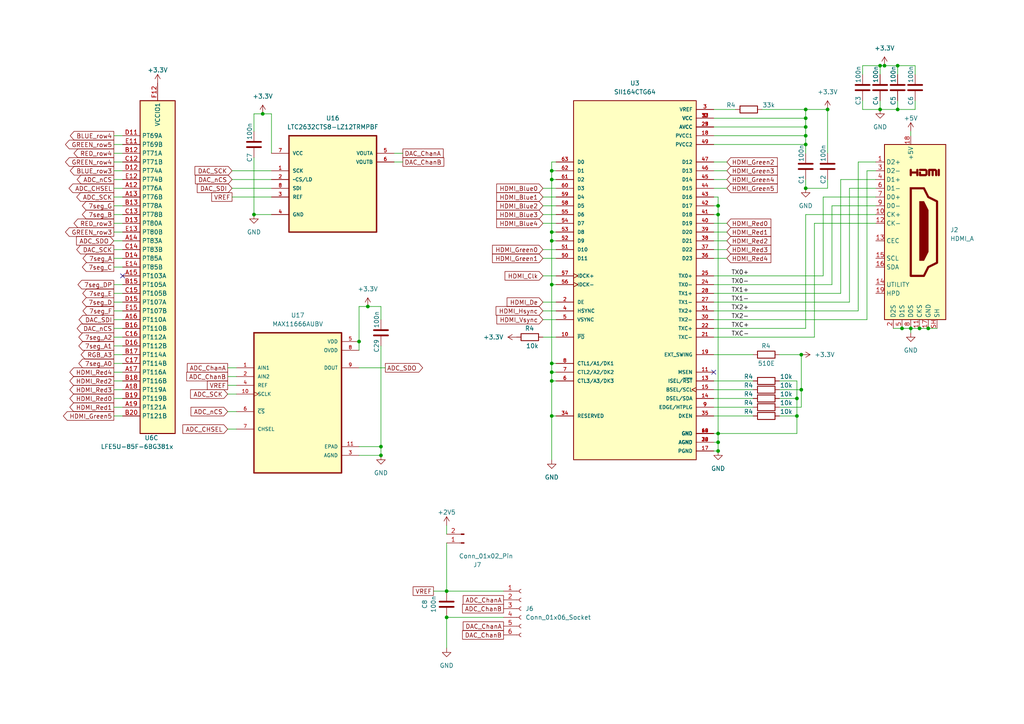
<source format=kicad_sch>
(kicad_sch (version 20230121) (generator eeschema)
  (paper "A4")
  (junction (at 129.54 171.45))
  (junction (at 160.02 110.49))
  (junction (at 256.54 19.05))
  (junction (at 106.68 88.9))
  (junction (at 231.14 115.57))
  (junction (at 233.68 36.83))
  (junction (at 160.02 105.41))
  (junction (at 233.68 39.37))
  (junction (at 208.28 59.69))
  (junction (at 233.68 41.91))
  (junction (at 232.41 113.03))
  (junction (at 160.02 49.53))
  (junction (at 160.02 69.85))
  (junction (at 255.27 31.75))
  (junction (at 266.7 95.25))
  (junction (at 110.49 129.54))
  (junction (at 260.35 31.75))
  (junction (at 73.66 62.23))
  (junction (at 264.16 95.25))
  (junction (at 160.02 107.95))
  (junction (at 255.27 19.05))
  (junction (at 160.02 120.65))
  (junction (at 232.41 102.87))
  (junction (at 76.2 33.02))
  (junction (at 160.02 52.07))
  (junction (at 231.14 120.65))
  (junction (at 208.28 130.81))
  (junction (at 129.54 179.07))
  (junction (at 104.14 99.06))
  (junction (at 160.02 67.31))
  (junction (at 233.68 31.75))
  (junction (at 233.68 54.61))
  (junction (at 160.02 82.55))
  (junction (at 208.28 125.73))
  (junction (at 233.68 34.29))
  (junction (at 260.35 19.05))
  (junction (at 269.24 95.25))
  (junction (at 110.49 132.08))
  (junction (at 240.03 31.75))
  (junction (at 208.28 62.23))
  (junction (at 261.62 95.25))
  (junction (at 208.28 128.27))
  (no_connect (at 207.01 107.95))
  (no_connect (at 35.56 80.01))
  (wire (pts (xy 233.68 34.29) (xy 233.68 36.83)))
  (wire (pts (xy 238.76 80.01) (xy 207.01 80.01)))
  (wire (pts (xy 260.35 29.21) (xy 260.35 31.75)))
  (wire (pts (xy 33.02 59.69) (xy 35.56 59.69)))
  (wire (pts (xy 208.28 59.69) (xy 208.28 62.23)))
  (wire (pts (xy 207.01 87.63) (xy 246.38 87.63)))
  (wire (pts (xy 157.48 92.71) (xy 161.29 92.71)))
  (wire (pts (xy 232.41 102.87) (xy 232.41 113.03)))
  (wire (pts (xy 241.3 82.55) (xy 241.3 59.69)))
  (wire (pts (xy 208.28 128.27) (xy 208.28 130.81)))
  (wire (pts (xy 233.68 41.91) (xy 233.68 44.45)))
  (wire (pts (xy 104.14 88.9) (xy 106.68 88.9)))
  (wire (pts (xy 33.02 41.91) (xy 35.56 41.91)))
  (wire (pts (xy 207.01 34.29) (xy 233.68 34.29)))
  (wire (pts (xy 207.01 54.61) (xy 210.82 54.61)))
  (wire (pts (xy 265.43 31.75) (xy 265.43 29.21)))
  (wire (pts (xy 146.05 179.07) (xy 129.54 179.07)))
  (wire (pts (xy 248.92 90.17) (xy 248.92 46.99)))
  (wire (pts (xy 260.35 19.05) (xy 256.54 19.05)))
  (wire (pts (xy 208.28 125.73) (xy 231.14 125.73)))
  (wire (pts (xy 207.01 113.03) (xy 218.44 113.03)))
  (wire (pts (xy 66.04 114.3) (xy 68.58 114.3)))
  (wire (pts (xy 226.06 102.87) (xy 232.41 102.87)))
  (wire (pts (xy 246.38 54.61) (xy 254 54.61)))
  (wire (pts (xy 160.02 120.65) (xy 161.29 120.65)))
  (wire (pts (xy 33.02 64.77) (xy 35.56 64.77)))
  (wire (pts (xy 104.14 132.08) (xy 110.49 132.08)))
  (wire (pts (xy 207.01 57.15) (xy 208.28 57.15)))
  (wire (pts (xy 226.06 115.57) (xy 231.14 115.57)))
  (wire (pts (xy 157.48 87.63) (xy 161.29 87.63)))
  (wire (pts (xy 233.68 36.83) (xy 233.68 39.37)))
  (wire (pts (xy 226.06 110.49) (xy 231.14 110.49)))
  (wire (pts (xy 243.84 85.09) (xy 207.01 85.09)))
  (wire (pts (xy 33.02 92.71) (xy 35.56 92.71)))
  (wire (pts (xy 254 57.15) (xy 238.76 57.15)))
  (wire (pts (xy 33.02 120.65) (xy 35.56 120.65)))
  (wire (pts (xy 269.24 95.25) (xy 271.78 95.25)))
  (wire (pts (xy 110.49 132.08) (xy 110.49 129.54)))
  (wire (pts (xy 207.01 49.53) (xy 210.82 49.53)))
  (wire (pts (xy 254 52.07) (xy 243.84 52.07)))
  (wire (pts (xy 207.01 95.25) (xy 233.68 95.25)))
  (wire (pts (xy 73.66 33.02) (xy 73.66 38.1)))
  (wire (pts (xy 255.27 29.21) (xy 255.27 31.75)))
  (wire (pts (xy 240.03 31.75) (xy 240.03 44.45)))
  (wire (pts (xy 33.02 107.95) (xy 35.56 107.95)))
  (wire (pts (xy 207.01 110.49) (xy 218.44 110.49)))
  (wire (pts (xy 67.31 49.53) (xy 78.74 49.53)))
  (wire (pts (xy 160.02 107.95) (xy 161.29 107.95)))
  (wire (pts (xy 232.41 113.03) (xy 232.41 118.11)))
  (wire (pts (xy 160.02 82.55) (xy 160.02 105.41)))
  (wire (pts (xy 106.68 88.9) (xy 110.49 88.9)))
  (wire (pts (xy 104.14 106.68) (xy 111.76 106.68)))
  (wire (pts (xy 255.27 31.75) (xy 260.35 31.75)))
  (wire (pts (xy 207.01 120.65) (xy 218.44 120.65)))
  (wire (pts (xy 33.02 49.53) (xy 35.56 49.53)))
  (wire (pts (xy 220.98 31.75) (xy 233.68 31.75)))
  (wire (pts (xy 76.2 33.02) (xy 73.66 33.02)))
  (wire (pts (xy 33.02 46.99) (xy 35.56 46.99)))
  (wire (pts (xy 160.02 82.55) (xy 161.29 82.55)))
  (wire (pts (xy 33.02 102.87) (xy 35.56 102.87)))
  (wire (pts (xy 110.49 129.54) (xy 104.14 129.54)))
  (wire (pts (xy 264.16 95.25) (xy 266.7 95.25)))
  (wire (pts (xy 207.01 41.91) (xy 233.68 41.91)))
  (wire (pts (xy 233.68 39.37) (xy 233.68 41.91)))
  (wire (pts (xy 114.3 46.99) (xy 116.84 46.99)))
  (wire (pts (xy 255.27 19.05) (xy 255.27 21.59)))
  (wire (pts (xy 33.02 115.57) (xy 35.56 115.57)))
  (wire (pts (xy 160.02 52.07) (xy 161.29 52.07)))
  (wire (pts (xy 260.35 31.75) (xy 265.43 31.75)))
  (wire (pts (xy 157.48 64.77) (xy 161.29 64.77)))
  (wire (pts (xy 207.01 64.77) (xy 210.82 64.77)))
  (wire (pts (xy 157.48 80.01) (xy 161.29 80.01)))
  (wire (pts (xy 66.04 109.22) (xy 68.58 109.22)))
  (wire (pts (xy 33.02 74.93) (xy 35.56 74.93)))
  (wire (pts (xy 33.02 90.17) (xy 35.56 90.17)))
  (wire (pts (xy 160.02 120.65) (xy 160.02 133.35)))
  (wire (pts (xy 66.04 124.46) (xy 68.58 124.46)))
  (wire (pts (xy 236.22 97.79) (xy 207.01 97.79)))
  (wire (pts (xy 78.74 44.45) (xy 78.74 33.02)))
  (wire (pts (xy 73.66 62.23) (xy 73.66 45.72)))
  (wire (pts (xy 207.01 82.55) (xy 241.3 82.55)))
  (wire (pts (xy 207.01 74.93) (xy 210.82 74.93)))
  (wire (pts (xy 160.02 110.49) (xy 161.29 110.49)))
  (wire (pts (xy 240.03 52.07) (xy 240.03 54.61)))
  (wire (pts (xy 207.01 39.37) (xy 233.68 39.37)))
  (wire (pts (xy 207.01 90.17) (xy 248.92 90.17)))
  (wire (pts (xy 265.43 21.59) (xy 265.43 19.05)))
  (wire (pts (xy 250.19 19.05) (xy 255.27 19.05)))
  (wire (pts (xy 129.54 179.07) (xy 129.54 187.96)))
  (wire (pts (xy 157.48 74.93) (xy 161.29 74.93)))
  (wire (pts (xy 207.01 102.87) (xy 218.44 102.87)))
  (wire (pts (xy 125.73 171.45) (xy 129.54 171.45)))
  (wire (pts (xy 254 64.77) (xy 236.22 64.77)))
  (wire (pts (xy 231.14 115.57) (xy 231.14 110.49)))
  (wire (pts (xy 33.02 69.85) (xy 35.56 69.85)))
  (wire (pts (xy 231.14 125.73) (xy 231.14 120.65)))
  (wire (pts (xy 160.02 107.95) (xy 160.02 110.49)))
  (wire (pts (xy 66.04 119.38) (xy 68.58 119.38)))
  (wire (pts (xy 160.02 105.41) (xy 160.02 107.95)))
  (wire (pts (xy 207.01 62.23) (xy 208.28 62.23)))
  (wire (pts (xy 33.02 87.63) (xy 35.56 87.63)))
  (wire (pts (xy 110.49 100.33) (xy 110.49 129.54)))
  (wire (pts (xy 66.04 106.68) (xy 68.58 106.68)))
  (wire (pts (xy 160.02 46.99) (xy 160.02 49.53)))
  (wire (pts (xy 157.48 90.17) (xy 161.29 90.17)))
  (wire (pts (xy 207.01 115.57) (xy 218.44 115.57)))
  (wire (pts (xy 157.48 59.69) (xy 161.29 59.69)))
  (wire (pts (xy 33.02 52.07) (xy 35.56 52.07)))
  (wire (pts (xy 240.03 54.61) (xy 233.68 54.61)))
  (wire (pts (xy 33.02 57.15) (xy 35.56 57.15)))
  (wire (pts (xy 254 49.53) (xy 251.46 49.53)))
  (wire (pts (xy 129.54 152.4) (xy 129.54 154.94)))
  (wire (pts (xy 207.01 46.99) (xy 210.82 46.99)))
  (wire (pts (xy 264.16 39.37) (xy 264.16 38.1)))
  (wire (pts (xy 250.19 21.59) (xy 250.19 19.05)))
  (wire (pts (xy 207.01 118.11) (xy 218.44 118.11)))
  (wire (pts (xy 104.14 99.06) (xy 104.14 88.9)))
  (wire (pts (xy 160.02 67.31) (xy 160.02 69.85)))
  (wire (pts (xy 207.01 72.39) (xy 210.82 72.39)))
  (wire (pts (xy 246.38 87.63) (xy 246.38 54.61)))
  (wire (pts (xy 251.46 49.53) (xy 251.46 92.71)))
  (wire (pts (xy 233.68 31.75) (xy 233.68 34.29)))
  (wire (pts (xy 243.84 52.07) (xy 243.84 85.09)))
  (wire (pts (xy 160.02 52.07) (xy 160.02 67.31)))
  (wire (pts (xy 161.29 46.99) (xy 160.02 46.99)))
  (wire (pts (xy 67.31 52.07) (xy 78.74 52.07)))
  (wire (pts (xy 129.54 157.48) (xy 129.54 171.45)))
  (wire (pts (xy 160.02 49.53) (xy 161.29 49.53)))
  (wire (pts (xy 78.74 62.23) (xy 73.66 62.23)))
  (wire (pts (xy 236.22 64.77) (xy 236.22 97.79)))
  (wire (pts (xy 78.74 33.02) (xy 76.2 33.02)))
  (wire (pts (xy 266.7 95.25) (xy 269.24 95.25)))
  (wire (pts (xy 157.48 72.39) (xy 161.29 72.39)))
  (wire (pts (xy 67.31 54.61) (xy 78.74 54.61)))
  (wire (pts (xy 157.48 97.79) (xy 161.29 97.79)))
  (wire (pts (xy 66.04 111.76) (xy 68.58 111.76)))
  (wire (pts (xy 33.02 100.33) (xy 35.56 100.33)))
  (wire (pts (xy 250.19 31.75) (xy 255.27 31.75)))
  (wire (pts (xy 104.14 101.6) (xy 104.14 99.06)))
  (wire (pts (xy 233.68 62.23) (xy 254 62.23)))
  (wire (pts (xy 231.14 120.65) (xy 231.14 115.57)))
  (wire (pts (xy 33.02 72.39) (xy 35.56 72.39)))
  (wire (pts (xy 33.02 110.49) (xy 35.56 110.49)))
  (wire (pts (xy 255.27 19.05) (xy 256.54 19.05)))
  (wire (pts (xy 261.62 95.25) (xy 264.16 95.25)))
  (wire (pts (xy 160.02 105.41) (xy 161.29 105.41)))
  (wire (pts (xy 33.02 82.55) (xy 35.56 82.55)))
  (wire (pts (xy 265.43 19.05) (xy 260.35 19.05)))
  (wire (pts (xy 207.01 59.69) (xy 208.28 59.69)))
  (wire (pts (xy 208.28 130.81) (xy 207.01 130.81)))
  (wire (pts (xy 208.28 125.73) (xy 208.28 128.27)))
  (wire (pts (xy 207.01 36.83) (xy 233.68 36.83)))
  (wire (pts (xy 114.3 44.45) (xy 116.84 44.45)))
  (wire (pts (xy 33.02 67.31) (xy 35.56 67.31)))
  (wire (pts (xy 160.02 49.53) (xy 160.02 52.07)))
  (wire (pts (xy 33.02 118.11) (xy 35.56 118.11)))
  (wire (pts (xy 33.02 85.09) (xy 35.56 85.09)))
  (wire (pts (xy 33.02 113.03) (xy 35.56 113.03)))
  (wire (pts (xy 33.02 97.79) (xy 35.56 97.79)))
  (wire (pts (xy 233.68 31.75) (xy 240.03 31.75)))
  (wire (pts (xy 207.01 69.85) (xy 210.82 69.85)))
  (wire (pts (xy 241.3 59.69) (xy 254 59.69)))
  (wire (pts (xy 160.02 110.49) (xy 160.02 120.65)))
  (wire (pts (xy 226.06 113.03) (xy 232.41 113.03)))
  (wire (pts (xy 157.48 54.61) (xy 161.29 54.61)))
  (wire (pts (xy 208.28 62.23) (xy 208.28 125.73)))
  (wire (pts (xy 33.02 95.25) (xy 35.56 95.25)))
  (wire (pts (xy 259.08 95.25) (xy 261.62 95.25)))
  (wire (pts (xy 67.31 57.15) (xy 78.74 57.15)))
  (wire (pts (xy 110.49 88.9) (xy 110.49 92.71)))
  (wire (pts (xy 33.02 39.37) (xy 35.56 39.37)))
  (wire (pts (xy 207.01 128.27) (xy 208.28 128.27)))
  (wire (pts (xy 129.54 171.45) (xy 146.05 171.45)))
  (wire (pts (xy 248.92 46.99) (xy 254 46.99)))
  (wire (pts (xy 233.68 54.61) (xy 233.68 52.07)))
  (wire (pts (xy 238.76 57.15) (xy 238.76 80.01)))
  (wire (pts (xy 33.02 62.23) (xy 35.56 62.23)))
  (wire (pts (xy 207.01 52.07) (xy 210.82 52.07)))
  (wire (pts (xy 207.01 31.75) (xy 213.36 31.75)))
  (wire (pts (xy 250.19 29.21) (xy 250.19 31.75)))
  (wire (pts (xy 208.28 57.15) (xy 208.28 59.69)))
  (wire (pts (xy 226.06 118.11) (xy 232.41 118.11)))
  (wire (pts (xy 260.35 19.05) (xy 260.35 21.59)))
  (wire (pts (xy 157.48 57.15) (xy 161.29 57.15)))
  (wire (pts (xy 233.68 95.25) (xy 233.68 62.23)))
  (wire (pts (xy 160.02 69.85) (xy 160.02 82.55)))
  (wire (pts (xy 207.01 125.73) (xy 208.28 125.73)))
  (wire (pts (xy 33.02 105.41) (xy 35.56 105.41)))
  (wire (pts (xy 226.06 120.65) (xy 231.14 120.65)))
  (wire (pts (xy 157.48 62.23) (xy 161.29 62.23)))
  (wire (pts (xy 251.46 92.71) (xy 207.01 92.71)))
  (wire (pts (xy 160.02 69.85) (xy 161.29 69.85)))
  (wire (pts (xy 207.01 67.31) (xy 210.82 67.31)))
  (wire (pts (xy 161.29 67.31) (xy 160.02 67.31)))
  (wire (pts (xy 33.02 54.61) (xy 35.56 54.61)))
  (wire (pts (xy 264.16 95.25) (xy 264.16 96.52)))
  (wire (pts (xy 33.02 44.45) (xy 35.56 44.45)))
  (wire (pts (xy 33.02 77.47) (xy 35.56 77.47)))
  (label "TXC-" (at 212.09 97.79 0))
  (label "TX0-" (at 212.09 82.55 0))
  (label "TX2+" (at 212.09 90.17 0))
  (label "TX0+" (at 212.09 80.01 0))
  (label "TX1-" (at 212.09 87.63 0))
  (label "TXC+" (at 212.09 95.25 0))
  (label "TX2-" (at 212.09 92.71 0))
  (label "TX1+" (at 212.09 85.09 0))
  (global_label "DAC_nCS" (shape input) (at 67.31 52.07 180) (property "Intersheetrefs" "${INTERSHEET_REFS}" (effects hide)))
  (global_label "HDMI_Green0" (shape input) (at 157.48 72.39 180) (property "Intersheetrefs" "${INTERSHEET_REFS}" (effects hide)))
  (global_label "ADC_ChanB" (shape passive) (at 66.04 109.22 180) (property "Intersheetrefs" "${INTERSHEET_REFS}" (effects hide)))
  (global_label "HDMI_Blue3" (shape input) (at 157.48 62.23 180) (property "Intersheetrefs" "${INTERSHEET_REFS}" (effects hide)))
  (global_label "7seg_A0" (shape output) (at 33.02 105.41 180) (property "Intersheetrefs" "${INTERSHEET_REFS}" (effects hide)))
  (global_label "GREEN_row4" (shape output) (at 33.02 46.99 180) (property "Intersheetrefs" "${INTERSHEET_REFS}" (effects hide)))
  (global_label "ADC_nCS" (shape output) (at 33.02 52.07 180) (property "Intersheetrefs" "${INTERSHEET_REFS}" (effects hide)))
  (global_label "VREF" (shape passive) (at 67.31 57.15 180) (property "Intersheetrefs" "${INTERSHEET_REFS}" (effects hide)))
  (global_label "ADC_CHSEL" (shape input) (at 66.04 124.46 180) (property "Intersheetrefs" "${INTERSHEET_REFS}" (effects hide)))
  (global_label "HDMI_Green1" (shape input) (at 157.48 74.93 180) (property "Intersheetrefs" "${INTERSHEET_REFS}" (effects hide)))
  (global_label "ADC_ChanA" (shape passive) (at 146.05 173.99 180) (property "Intersheetrefs" "${INTERSHEET_REFS}" (effects hide)))
  (global_label "HDMI_Blue1" (shape input) (at 157.48 57.15 180) (property "Intersheetrefs" "${INTERSHEET_REFS}" (effects hide)))
  (global_label "HDMI_Hsync" (shape input) (at 157.48 90.17 180) (property "Intersheetrefs" "${INTERSHEET_REFS}" (effects hide)))
  (global_label "7seg_C" (shape output) (at 33.02 77.47 180) (property "Intersheetrefs" "${INTERSHEET_REFS}" (effects hide)))
  (global_label "HDMI_Vsync" (shape input) (at 157.48 92.71 180) (property "Intersheetrefs" "${INTERSHEET_REFS}" (effects hide)))
  (global_label "7seg_A2" (shape output) (at 33.02 97.79 180) (property "Intersheetrefs" "${INTERSHEET_REFS}" (effects hide)))
  (global_label "DAC_SCK" (shape output) (at 33.02 72.39 180) (property "Intersheetrefs" "${INTERSHEET_REFS}" (effects hide)))
  (global_label "7seg_D" (shape output) (at 33.02 87.63 180) (property "Intersheetrefs" "${INTERSHEET_REFS}" (effects hide)))
  (global_label "DAC_ChanB" (shape passive) (at 116.84 46.99 0) (property "Intersheetrefs" "${INTERSHEET_REFS}" (effects hide)))
  (global_label "DAC_SDI" (shape output) (at 33.02 92.71 180) (property "Intersheetrefs" "${INTERSHEET_REFS}" (effects hide)))
  (global_label "HDMI_Blue2" (shape input) (at 157.48 59.69 180) (property "Intersheetrefs" "${INTERSHEET_REFS}" (effects hide)))
  (global_label "VREF" (shape passive) (at 66.04 111.76 180) (property "Intersheetrefs" "${INTERSHEET_REFS}" (effects hide)))
  (global_label "RED_row4" (shape output) (at 33.02 44.45 180) (property "Intersheetrefs" "${INTERSHEET_REFS}" (effects hide)))
  (global_label "HDMI_Red3" (shape output) (at 33.02 113.03 180) (property "Intersheetrefs" "${INTERSHEET_REFS}" (effects hide)))
  (global_label "GREEN_row3" (shape output) (at 33.02 67.31 180) (property "Intersheetrefs" "${INTERSHEET_REFS}" (effects hide)))
  (global_label "HDMI_De" (shape input) (at 157.48 87.63 180) (property "Intersheetrefs" "${INTERSHEET_REFS}" (effects hide)))
  (global_label "HDMI_Red4" (shape output) (at 33.02 107.95 180) (property "Intersheetrefs" "${INTERSHEET_REFS}" (effects hide)))
  (global_label "HDMI_Green5" (shape output) (at 33.02 120.65 180) (property "Intersheetrefs" "${INTERSHEET_REFS}" (effects hide)))
  (global_label "ADC_SCK" (shape output) (at 33.02 57.15 180) (property "Intersheetrefs" "${INTERSHEET_REFS}" (effects hide)))
  (global_label "HDMI_Red3" (shape input) (at 210.82 72.39 0) (property "Intersheetrefs" "${INTERSHEET_REFS}" (effects hide)))
  (global_label "DAC_SDI" (shape input) (at 67.31 54.61 180) (property "Intersheetrefs" "${INTERSHEET_REFS}" (effects hide)))
  (global_label "HDMI_Blue4" (shape input) (at 157.48 64.77 180) (property "Intersheetrefs" "${INTERSHEET_REFS}" (effects hide)))
  (global_label "7seg_A" (shape output) (at 33.02 74.93 180) (property "Intersheetrefs" "${INTERSHEET_REFS}" (effects hide)))
  (global_label "HDMI_Red1" (shape input) (at 210.82 67.31 0) (property "Intersheetrefs" "${INTERSHEET_REFS}" (effects hide)))
  (global_label "ADC_SDO" (shape output) (at 111.76 106.68 0) (property "Intersheetrefs" "${INTERSHEET_REFS}" (effects hide)))
  (global_label "HDMI_Red0" (shape input) (at 210.82 64.77 0) (property "Intersheetrefs" "${INTERSHEET_REFS}" (effects hide)))
  (global_label "HDMI_Red2" (shape output) (at 33.02 110.49 180) (property "Intersheetrefs" "${INTERSHEET_REFS}" (effects hide)))
  (global_label "DAC_ChanA" (shape passive) (at 146.05 181.61 180) (property "Intersheetrefs" "${INTERSHEET_REFS}" (effects hide)))
  (global_label "HDMI_Green2" (shape input) (at 210.82 46.99 0) (property "Intersheetrefs" "${INTERSHEET_REFS}" (effects hide)))
  (global_label "7seg_B" (shape output) (at 33.02 62.23 180) (property "Intersheetrefs" "${INTERSHEET_REFS}" (effects hide)))
  (global_label "ADC_ChanB" (shape passive) (at 146.05 176.53 180) (property "Intersheetrefs" "${INTERSHEET_REFS}" (effects hide)))
  (global_label "ADC_nCS" (shape input) (at 66.04 119.38 180) (property "Intersheetrefs" "${INTERSHEET_REFS}" (effects hide)))
  (global_label "ADC_ChanA" (shape passive) (at 66.04 106.68 180) (property "Intersheetrefs" "${INTERSHEET_REFS}" (effects hide)))
  (global_label "7seg_E" (shape output) (at 33.02 85.09 180) (property "Intersheetrefs" "${INTERSHEET_REFS}" (effects hide)))
  (global_label "7seg_F" (shape output) (at 33.02 90.17 180) (property "Intersheetrefs" "${INTERSHEET_REFS}" (effects hide)))
  (global_label "VREF" (shape passive) (at 125.73 171.45 180) (property "Intersheetrefs" "${INTERSHEET_REFS}" (effects hide)))
  (global_label "HDMI_Red4" (shape input) (at 210.82 74.93 0) (property "Intersheetrefs" "${INTERSHEET_REFS}" (effects hide)))
  (global_label "HDMI_Blue0" (shape input) (at 157.48 54.61 180) (property "Intersheetrefs" "${INTERSHEET_REFS}" (effects hide)))
  (global_label "ADC_CHSEL" (shape output) (at 33.02 54.61 180) (property "Intersheetrefs" "${INTERSHEET_REFS}" (effects hide)))
  (global_label "RED_row3" (shape output) (at 33.02 64.77 180) (property "Intersheetrefs" "${INTERSHEET_REFS}" (effects hide)))
  (global_label "BLUE_row3" (shape output) (at 33.02 49.53 180) (property "Intersheetrefs" "${INTERSHEET_REFS}" (effects hide)))
  (global_label "HDMI_Red2" (shape input) (at 210.82 69.85 0) (property "Intersheetrefs" "${INTERSHEET_REFS}" (effects hide)))
  (global_label "ADC_SDO" (shape input) (at 33.02 69.85 180) (property "Intersheetrefs" "${INTERSHEET_REFS}" (effects hide)))
  (global_label "7seg_G" (shape output) (at 33.02 59.69 180) (property "Intersheetrefs" "${INTERSHEET_REFS}" (effects hide)))
  (global_label "HDMI_Clk" (shape input) (at 157.48 80.01 180) (property "Intersheetrefs" "${INTERSHEET_REFS}" (effects hide)))
  (global_label "BLUE_row4" (shape output) (at 33.02 39.37 180) (property "Intersheetrefs" "${INTERSHEET_REFS}" (effects hide)))
  (global_label "DAC_ChanA" (shape passive) (at 116.84 44.45 0) (property "Intersheetrefs" "${INTERSHEET_REFS}" (effects hide)))
  (global_label "7seg_DP" (shape output) (at 33.02 82.55 180) (property "Intersheetrefs" "${INTERSHEET_REFS}" (effects hide)))
  (global_label "HDMI_Red1" (shape output) (at 33.02 118.11 180) (property "Intersheetrefs" "${INTERSHEET_REFS}" (effects hide)))
  (global_label "HDMI_Green5" (shape input) (at 210.82 54.61 0) (property "Intersheetrefs" "${INTERSHEET_REFS}" (effects hide)))
  (global_label "GREEN_row5" (shape output) (at 33.02 41.91 180) (property "Intersheetrefs" "${INTERSHEET_REFS}" (effects hide)))
  (global_label "HDMI_Green3" (shape input) (at 210.82 49.53 0) (property "Intersheetrefs" "${INTERSHEET_REFS}" (effects hide)))
  (global_label "DAC_nCS" (shape output) (at 33.02 95.25 180) (property "Intersheetrefs" "${INTERSHEET_REFS}" (effects hide)))
  (global_label "DAC_SCK" (shape input) (at 67.31 49.53 180) (property "Intersheetrefs" "${INTERSHEET_REFS}" (effects hide)))
  (global_label "ADC_SCK" (shape input) (at 66.04 114.3 180) (property "Intersheetrefs" "${INTERSHEET_REFS}" (effects hide)))
  (global_label "RGB_A3" (shape output) (at 33.02 102.87 180) (property "Intersheetrefs" "${INTERSHEET_REFS}" (effects hide)))
  (global_label "HDMI_Green4" (shape input) (at 210.82 52.07 0) (property "Intersheetrefs" "${INTERSHEET_REFS}" (effects hide)))
  (global_label "7seg_A1" (shape output) (at 33.02 100.33 180) (property "Intersheetrefs" "${INTERSHEET_REFS}" (effects hide)))
  (global_label "DAC_ChanB" (shape passive) (at 146.05 184.15 180) (property "Intersheetrefs" "${INTERSHEET_REFS}" (effects hide)))
  (global_label "HDMI_Red0" (shape output) (at 33.02 115.57 180) (property "Intersheetrefs" "${INTERSHEET_REFS}" (effects hide)))
  (symbol (lib_id "Connector:Conn_01x06_Socket") (at 151.13 176.53 0) (unit 1)
    (property "Reference" "J6" (at 152.4 176.53 0) (effects (justify left)))
    (property "Value" "Conn_01x06_Socket" (at 152.4 179.07 0) (effects (justify left)))
    (property "Footprint" "Connector_PinSocket_2.54mm:PinSocket_1x06_P2.54mm_Horizontal" (effects hide))
    (instances (project "gecko5education" (path "" (reference "J6") (unit 1)) (path "" (reference "J3") (unit 1))))
  )
  (symbol (lib_id "power:+3.3V") (at 240.03 31.75 0) (unit 1)
    (property "Reference" "#PWR029" (effects hide))
    (property "Value" "+3.3V" (at 240.03 26.67 0))
  )
  (symbol (lib_id "power:GND") (at 129.54 187.96 0) (unit 1)
    (property "Reference" "#PWR098" (effects hide))
    (property "Value" "GND" (at 129.54 193.04 0))
  )
  (symbol (lib_id "power:GND") (at 160.02 133.35 0) (unit 1)
    (property "Reference" "#PWR011" (effects hide))
    (property "Value" "GND" (at 160.02 138.43 0))
  )
  (symbol (lib_id "gecko5education:SII164CTG64") (at 184.15 80.01 0) (unit 1)
    (property "Reference" "U3" (at 184.15 24.13 0))
    (property "Value" "SII164CTG64" (at 184.15 26.67 0))
    (property "Footprint" "gecko4education:QFP50P1200X1200X120-64N" (effects hide))
    (property "DigiKey_Part_Number" "220-2189-ND" (effects hide))
    (property "MF" "Lattice Semiconductor" (effects hide))
    (property "MAXIMUM_PACKAGE_HEIGHT" "1.2mm" (effects hide))
    (property "Package" "TQFP-64 Silicon Image" (effects hide))
    (property "Check_prices" "https://www.snapeda.com/parts/SII164CTG64/Lattice+Semiconductor+Corporation/view-part/?ref=eda" (effects hide))
    (property "STANDARD" "IPC-7351B" (effects hide))
    (property "PARTREV" "E" (effects hide))
    (property "SnapEDA_Link" "https://www.snapeda.com/parts/SII164CTG64/Lattice+Semiconductor+Corporation/view-part/?ref=snap" (effects hide))
    (property "MP" "SII164CTG64" (effects hide))
    (property "Purchase-URL" "https://www.snapeda.com/api/url_track_click_mouser/?unipart_id=40675&manufacturer=Lattice Semiconductor&part_name=SII164CTG64&search_term=None" (effects hide))
    (property "Description" "\nVideo Transmitter IC I²C DVI 1.0 64-TQFP (10x10) Package\n" (effects hide))
    (property "MANUFACTURER" "LATTICE SEMICONDUCTOR" (effects hide))
  )
  (symbol (lib_id "gecko5education:LTC2632CTS8-LZ12TRMPBF") (at 96.52 49.53 0) (unit 1)
    (property "Reference" "U16" (at 96.52 34.29 0))
    (property "Value" "LTC2632CTS8-LZ12TRMPBF" (at 96.52 36.83 0))
    (property "Footprint" "gecko4education:SOT65P280X100-8N" (effects hide))
    (property "DigiKey_Part_Number" "505-LTC2632CTS8-LZ12#TRMPBFTR-ND" (effects hide))
    (property "MF" "Analog Devices" (effects hide))
    (property "Purchase-URL" "https://www.snapeda.com/api/url_track_click_mouser/?unipart_id=4332298&manufacturer=Analog Devices&part_name=LTC2632CTS8-LZ12#TRMPBF&search_term=None" (effects hide))
    (property "PACKAGE" "TSOT-8" (effects hide))
    (property "MPN" "LTC2632CTS8-LZ12#TRMPBF" (effects hide))
    (property "Package" "SOT-8 Analog Devices" (effects hide))
    (property "OC_FARNELL" "-" (effects hide))
    (property "SnapEDA_Link" "https://www.snapeda.com/parts/LTC2632CTS8-LZ12%23TRMPBF/Analog+Devices/view-part/?ref=snap" (effects hide))
    (property "MP" "LTC2632CTS8-LZ12#TRMPBF" (effects hide))
    (property "SUPPLIER" "LINEAR TECHNOLOGY" (effects hide))
    (property "Description" "\nDual 12-/10-/8-Bit SPI VOUT DACs with 10ppm/°C Reference\n" (effects hide))
    (property "OC_NEWARK" "48T3817" (effects hide))
    (property "Check_prices" "https://www.snapeda.com/parts/LTC2632CTS8-LZ12%23TRMPBF/Analog+Devices/view-part/?ref=eda" (effects hide))
  )
  (symbol (lib_id "Connector:Conn_01x02_Pin") (at 134.62 157.48 180) (unit 1)
    (property "Reference" "J7" (at 138.43 163.83 0))
    (property "Value" "Conn_01x02_Pin" (at 140.97 161.29 0))
    (property "Footprint" "Connector_PinHeader_1.27mm:PinHeader_1x02_P1.27mm_Horizontal" (effects hide))
  )
  (symbol (lib_id "Device:C") (at 250.19 25.4 180) (unit 1)
    (property "Reference" "C3" (at 248.92 29.21 90))
    (property "Value" "100n" (at 248.92 21.59 90))
    (property "Footprint" "Resistor_SMD:R_0402_1005Metric" (effects hide))
    (instances (project "gecko5education" (path "" (reference "C3") (unit 1)) (path "" (reference "C14") (unit 1))))
  )
  (symbol (lib_id "Device:C") (at 260.35 25.4 180) (unit 1)
    (property "Reference" "C5" (at 259.08 29.21 90))
    (property "Value" "100n" (at 259.08 21.59 90))
    (property "Footprint" "Capacitor_SMD:C_0402_1005Metric" (effects hide))
    (instances (project "gecko5education" (path "" (reference "C5") (unit 1)) (path "" (reference "C14") (unit 1))))
  )
  (symbol (lib_id "Device:C") (at 240.03 48.26 180) (unit 1)
    (property "Reference" "C2" (at 238.76 52.07 90))
    (property "Value" "100n" (at 238.76 44.45 90))
    (property "Footprint" "Capacitor_SMD:C_0402_1005Metric" (effects hide))
    (instances (project "gecko5education" (path "" (reference "C2") (unit 1)) (path "" (reference "C14") (unit 1))))
  )
  (symbol (lib_id "Device:C") (at 110.49 96.52 180) (unit 1)
    (property "Reference" "C29" (at 109.22 100.33 90))
    (property "Value" "100n" (at 109.22 92.71 90))
    (property "Footprint" "Resistor_SMD:R_0402_1005Metric" (effects hide))
    (instances (project "gecko5education" (path "" (reference "C29") (unit 1)) (path "" (reference "C14") (unit 1))))
  )
  (symbol (lib_id "power:GND") (at 264.16 96.52 0) (unit 1)
    (property "Reference" "#PWR08" (effects hide))
    (property "Value" "GND" (at 264.16 101.6 0))
  )
  (symbol (lib_id "Device:R") (at 222.25 113.03 90) (unit 1)
    (property "Reference" "R4" (at 218.44 111.76 90) (effects (justify left)))
    (property "Value" "10k" (at 229.87 111.76 90) (effects (justify left)))
    (property "Footprint" "Resistor_SMD:R_0402_1005Metric" (effects hide))
    (instances (project "gecko5education" (path "" (reference "R4") (unit 1)) (path "" (reference "R4") (unit 1)) (path "" (reference "R16") (unit 1)) (path "" (reference "R10") (unit 1))))
  )
  (symbol (lib_id "power:+3.3V") (at 76.2 33.02 0) (unit 1)
    (property "Reference" "#PWR096" (effects hide))
    (property "Value" "+3.3V" (at 76.2 27.94 0))
  )
  (symbol (lib_id "power:+2V5") (at 129.54 152.4 0) (unit 1)
    (property "Reference" "#PWR038" (effects hide))
    (property "Value" "+2V5" (at 129.54 148.59 0))
    (instances (project "gecko5education" (path "" (reference "#PWR038") (unit 1)) (path "" (reference "#PWR0101") (unit 1))))
  )
  (symbol (lib_id "Device:C") (at 129.54 175.26 180) (unit 1)
    (property "Reference" "C8" (at 123.19 175.26 90))
    (property "Value" "100n" (at 125.73 175.26 90))
    (property "Footprint" "Resistor_SMD:R_0402_1005Metric" (effects hide))
    (instances (project "gecko5education" (path "" (reference "C8") (unit 1)) (path "" (reference "C14") (unit 1))))
  )
  (symbol (lib_id "power:+3.3V") (at 106.68 88.9 0) (unit 1)
    (property "Reference" "#PWR099" (effects hide))
    (property "Value" "+3.3V" (at 106.68 83.82 0))
  )
  (symbol (lib_id "Device:R") (at 222.25 110.49 90) (unit 1)
    (property "Reference" "R4" (at 218.44 109.22 90) (effects (justify left)))
    (property "Value" "10k" (at 229.87 109.22 90) (effects (justify left)))
    (property "Footprint" "Resistor_SMD:R_0402_1005Metric" (effects hide))
    (instances (project "gecko5education" (path "" (reference "R4") (unit 1)) (path "" (reference "R4") (unit 1)) (path "" (reference "R16") (unit 1)) (path "" (reference "R9") (unit 1))))
  )
  (symbol (lib_id "power:+3.3V") (at 256.54 19.05 0) (unit 1)
    (property "Reference" "#PWR054" (effects hide))
    (property "Value" "+3.3V" (at 256.54 13.97 0))
  )
  (symbol (lib_id "Device:R") (at 222.25 118.11 90) (unit 1)
    (property "Reference" "R4" (at 218.44 116.84 90) (effects (justify left)))
    (property "Value" "10k" (at 229.87 116.84 90) (effects (justify left)))
    (property "Footprint" "Resistor_SMD:R_0402_1005Metric" (effects hide))
    (instances (project "gecko5education" (path "" (reference "R4") (unit 1)) (path "" (reference "R4") (unit 1)) (path "" (reference "R16") (unit 1)) (path "" (reference "R12") (unit 1))))
  )
  (symbol (lib_id "Device:R") (at 217.17 31.75 90) (unit 1)
    (property "Reference" "R4" (at 213.36 30.48 90) (effects (justify left)))
    (property "Value" "33k" (at 224.79 30.48 90) (effects (justify left)))
    (property "Footprint" "Resistor_SMD:R_0402_1005Metric" (effects hide))
    (instances (project "gecko5education" (path "" (reference "R4") (unit 1)) (path "" (reference "R4") (unit 1)) (path "" (reference "R16") (unit 1)) (path "" (reference "R14") (unit 1))))
  )
  (symbol (lib_id "Device:R") (at 222.25 115.57 90) (unit 1)
    (property "Reference" "R4" (at 218.44 114.3 90) (effects (justify left)))
    (property "Value" "10k" (at 229.87 114.3 90) (effects (justify left)))
    (property "Footprint" "Resistor_SMD:R_0402_1005Metric" (effects hide))
    (instances (project "gecko5education" (path "" (reference "R4") (unit 1)) (path "" (reference "R4") (unit 1)) (path "" (reference "R16") (unit 1)) (path "" (reference "R11") (unit 1))))
  )
  (symbol (lib_id "power:GND") (at 255.27 31.75 0) (unit 1)
    (property "Reference" "#PWR055" (effects hide))
    (property "Value" "GND" (at 255.27 36.83 0))
  )
  (symbol (lib_id "Connector:HDMI_A") (at 264.16 67.31 0) (unit 1)
    (property "Reference" "J2" (at 275.59 66.675 0) (effects (justify left)))
    (property "Value" "HDMI_A" (at 275.59 69.215 0) (effects (justify left)))
    (property "Footprint" "Connector_HDMI:HDMI_A_Molex_208658-1001_Horizontal" (effects hide))
    (property "Datasheet" "https://en.wikipedia.org/wiki/HDMI" (effects hide))
  )
  (symbol (lib_id "Device:C") (at 233.68 48.26 180) (unit 1)
    (property "Reference" "C1" (at 232.41 52.07 90))
    (property "Value" "100n" (at 232.41 44.45 90))
    (property "Footprint" "Capacitor_SMD:C_0402_1005Metric" (effects hide))
    (instances (project "gecko5education" (path "" (reference "C1") (unit 1)) (path "" (reference "C14") (unit 1))))
  )
  (symbol (lib_id "power:+3.3V") (at 232.41 102.87 270) (unit 1)
    (property "Reference" "#PWR010" (effects hide))
    (property "Value" "+3.3V" (at 236.22 102.87 90) (effects (justify left)))
  )
  (symbol (lib_id "gecko5education:MAX11666AUBV") (at 86.36 116.84 0) (unit 1)
    (property "Reference" "U17" (at 86.36 91.44 0))
    (property "Value" "MAX11666AUBV" (at 86.36 93.98 0))
    (property "Footprint" "gecko4education:SOP50P490X110-11N" (effects hide))
    (property "DigiKey_Part_Number" "MAX11666AUB/V+-ND" (effects hide))
    (property "MF" "Analog Devices" (effects hide))
    (property "Purchase-URL" "https://www.snapeda.com/api/url_track_click_mouser/?unipart_id=693505&manufacturer=Analog Devices&part_name=MAX11666AUB/V+&search_term=max11666aub/v" (effects hide))
    (property "Package" "uMAX-10 Maxim" (effects hide))
    (property "SnapEDA_Link" "https://www.snapeda.com/parts/MAX11666AUB/V+/Analog+Devices/view-part/?ref=snap" (effects hide))
    (property "MP" "MAX11666AUB/V+" (effects hide))
    (property "Description" "\n500ksps, Low-Power, Serial 12-/10-/8-Bit ADCs\n" (effects hide))
    (property "Check_prices" "https://www.snapeda.com/parts/MAX11666AUB/V+/Analog+Devices/view-part/?ref=eda" (effects hide))
  )
  (symbol (lib_id "power:GND") (at 110.49 132.08 0) (unit 1)
    (property "Reference" "#PWR0100" (effects hide))
    (property "Value" "GND" (at 110.49 137.16 0))
  )
  (symbol (lib_id "power:GND") (at 233.68 54.61 0) (unit 1)
    (property "Reference" "#PWR032" (effects hide))
    (property "Value" "GND" (at 233.68 59.69 0))
  )
  (symbol (lib_id "FPGA_Lattice:LFE5U-85F-6BG381x") (at 45.72 77.47 0) (unit 3)
    (property "Reference" "U6" (at 41.91 127 0) (effects (justify left)))
    (property "Value" "LFE5U-85F-6BG381x" (at 29.21 129.54 0) (effects (justify left)))
    (property "Footprint" "Package_BGA:Lattice_caBGA-381_17.0x17.0mm_Layout20x20_P0.8mm_Ball0.4mm_Pad0.4mm_NSMD" (effects hide))
    (property "Datasheet" "https://www.latticesemi.com/view_document?document_id=50461" (effects hide))
  )
  (symbol (lib_id "power:+5V") (at 264.16 38.1 0) (unit 1)
    (property "Reference" "#PWR07" (effects hide))
    (property "Value" "+5V" (at 264.16 34.29 0))
  )
  (symbol (lib_id "power:GND") (at 73.66 62.23 0) (unit 1)
    (property "Reference" "#PWR097" (effects hide))
    (property "Value" "GND" (at 73.66 67.31 0))
  )
  (symbol (lib_id "Device:C") (at 255.27 25.4 180) (unit 1)
    (property "Reference" "C4" (at 254 29.21 90))
    (property "Value" "100n" (at 254 21.59 90))
    (property "Footprint" "Capacitor_SMD:C_0402_1005Metric" (effects hide))
    (instances (project "gecko5education" (path "" (reference "C4") (unit 1)) (path "" (reference "C14") (unit 1))))
  )
  (symbol (lib_id "Device:R") (at 222.25 102.87 90) (unit 1)
    (property "Reference" "R4" (at 223.52 100.33 90) (effects (justify left)))
    (property "Value" "510E" (at 224.79 105.41 90) (effects (justify left)))
    (property "Footprint" "Resistor_SMD:R_0402_1005Metric" (effects hide))
    (instances (project "gecko5education" (path "" (reference "R4") (unit 1)) (path "" (reference "R4") (unit 1)) (path "" (reference "R16") (unit 1)) (path "" (reference "R7") (unit 1))))
  )
  (symbol (lib_id "power:+3.3V") (at 45.72 24.13 0) (unit 1)
    (property "Reference" "#PWR019" (effects hide))
    (property "Value" "+3.3V" (at 45.72 20.32 0))
  )
  (symbol (lib_id "Device:C") (at 73.66 41.91 180) (unit 1)
    (property "Reference" "C7" (at 72.39 45.72 90))
    (property "Value" "100n" (at 72.39 38.1 90))
    (property "Footprint" "Resistor_SMD:R_0402_1005Metric" (effects hide))
    (instances (project "gecko5education" (path "" (reference "C7") (unit 1)) (path "" (reference "C14") (unit 1))))
  )
  (symbol (lib_id "power:+3.3V") (at 149.86 97.79 90) (unit 1)
    (property "Reference" "#PWR018" (effects hide))
    (property "Value" "+3.3V" (at 146.05 97.79 90) (effects (justify left)))
  )
  (symbol (lib_id "Device:R") (at 153.67 97.79 90) (unit 1)
    (property "Reference" "R4" (at 154.94 95.25 90) (effects (justify left)))
    (property "Value" "10k" (at 156.21 100.33 90) (effects (justify left)))
    (property "Footprint" "Resistor_SMD:R_0402_1005Metric" (effects hide))
    (instances (project "gecko5education" (path "" (reference "R4") (unit 1)) (path "" (reference "R4") (unit 1)) (path "" (reference "R16") (unit 1)) (path "" (reference "R8") (unit 1))))
  )
  (symbol (lib_id "Device:R") (at 222.25 120.65 90) (unit 1)
    (property "Reference" "R4" (at 218.44 119.38 90) (effects (justify left)))
    (property "Value" "10k" (at 229.87 119.38 90) (effects (justify left)))
    (property "Footprint" "Resistor_SMD:R_0402_1005Metric" (effects hide))
    (instances (project "gecko5education" (path "" (reference "R4") (unit 1)) (path "" (reference "R4") (unit 1)) (path "" (reference "R16") (unit 1)) (path "" (reference "R13") (unit 1))))
  )
  (symbol (lib_id "power:GND") (at 208.28 130.81 0) (unit 1)
    (property "Reference" "#PWR09" (effects hide))
    (property "Value" "GND" (at 208.28 135.89 0))
  )
  (symbol (lib_id "Device:C") (at 265.43 25.4 180) (unit 1)
    (property "Reference" "C6" (at 264.16 29.21 90))
    (property "Value" "100n" (at 264.16 21.59 90))
    (property "Footprint" "Capacitor_SMD:C_0402_1005Metric" (effects hide))
    (instances (project "gecko5education" (path "" (reference "C6") (unit 1)) (path "" (reference "C14") (unit 1))))
  )
)
</source>
